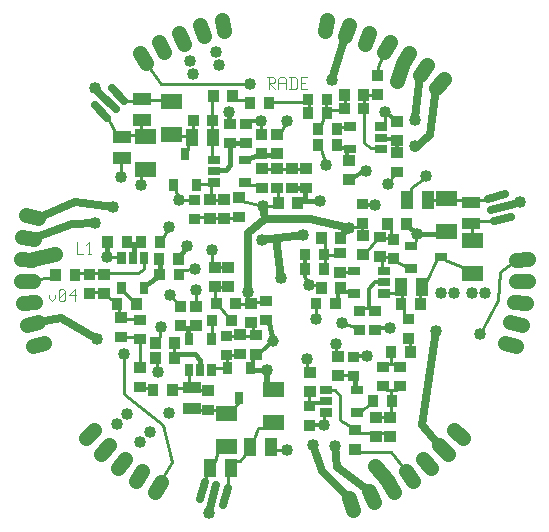
<source format=gbr>
G04 start of page 2 for group 0 idx 0
G04 Title: RADE, component *
G04 Creator: pcb-bin 20060822 *
G04 CreationDate: Tue Dec 12 12:58:33 2006 UTC *
G04 For: stephan *
G04 Format: Gerber/RS-274X *
G04 PCB-Dimensions: 236220 236220 *
G04 PCB-Coordinate-Origin: lower left *
%MOIN*%
%FSLAX24Y24*%
%LNGROUP0*%
%ADD11C,0.0500*%
%ADD12C,0.0275*%
%ADD13C,0.0511*%
%ADD14C,0.0100*%
%ADD15C,0.0139*%
%ADD16C,0.0178*%
%ADD17C,0.0159*%
%ADD18C,0.0198*%
%ADD19C,0.0120*%
%ADD20C,0.0492*%
%ADD21C,0.0040*%
%ADD22C,0.0400*%
%ADD23C,0.0394*%
%ADD24R,0.0350X0.0350*%
%ADD25R,0.0280X0.0280*%
%ADD26R,0.0500X0.0500*%
%ADD27R,0.0394X0.0394*%
%ADD28C,0.0160*%
%ADD29C,0.0157*%
G54D11*X17211Y17808D02*X17474Y18101D01*
G54D12*X17204Y17795D02*X17008Y16259D01*
X16515Y16811D02*X16673Y18248D01*
X17008Y16259D02*X16515Y15826D01*
G54D11*X16668Y18256D02*X16905Y18571D01*
X16087Y18655D02*X16296Y18989D01*
G54D13*X15885Y18031D02*X16082Y18641D01*
G54D12*X18934Y14127D02*X19505Y14280D01*
G54D14*X18917Y14094D02*X16929D01*
X16358Y14488D02*Y14291D01*
X16850Y14842D02*X16358Y14488D01*
X15610Y14625D02*X15905Y15078D01*
G54D15*X14862Y15117D02*X14350Y14744D01*
X15905Y16003D02*Y15708D01*
X15826Y16771D02*X15570Y16948D01*
X15866Y16102D02*X15433D01*
G54D14*X15275Y18523D02*X15275Y18169D01*
G54D11*X15475Y19002D02*X15653Y19353D01*
G54D14*X15472Y18995D02*X15275Y18523D01*
G54D11*X14834Y19294D02*X14981Y19659D01*
G54D14*X15492Y16988D02*X15492Y16594D01*
X14803Y15964D02*Y17578D01*
X15137D01*
X14153Y17263D02*Y17460D01*
X15236Y15807D02*X15019D01*
X14803Y15964D01*
G54D15*X13976Y15826D02*X14232D01*
G54D11*X19803Y10687D02*X20193Y10632D01*
X19675Y9995D02*X20058Y9906D01*
X19486Y9316D02*X19861Y9195D01*
X19877Y12092D02*X20270Y12106D01*
X19870Y11388D02*X20264Y11368D01*
G54D14*X19330Y11692D02*X19862Y12086D01*
X19330Y11692D02*X19271Y10748D01*
G54D12*X19036Y13747D02*X19797Y13950D01*
G54D14*X19271Y10748D02*X18681Y9606D01*
G54D12*X19138Y13366D02*X19708Y13519D01*
G54D14*X19173Y13366D02*X18523D01*
X18385Y12874D02*Y13267D01*
X17500Y12086D02*X18326Y11732D01*
X16850Y11358D02*X17244Y12125D01*
X16653Y11141D02*Y10629D01*
G54D16*X16555Y12952D02*X17381D01*
G54D14*X16496Y12598D02*X16555Y12952D01*
G54D17*X16555Y12952D02*X16240Y13228D01*
G54D14*X15689Y13267D02*X15689Y12736D01*
X15492Y12795D02*X15629D01*
G54D15*X15177Y13897D02*X14881D01*
G54D14*X15196Y12736D02*X14901Y12381D01*
X14744Y12992D02*Y13169D01*
X14055Y13070D02*Y12972D01*
X14291Y13129D02*X14586Y13188D01*
G54D18*X14311Y13129D02*X14094Y12933D01*
G54D14*X16063Y10629D02*Y11102D01*
X16299Y11811D02*X15885Y12027D01*
X16141Y10196D02*Y10511D01*
X15944Y10984D02*X15551D01*
G54D15*X15157Y11338D02*X15433D01*
G54D14*X15393Y12086D02*Y11811D01*
X15157Y10492D02*X14665D01*
G54D15*X14960Y10531D02*Y11102D01*
G54D14*X13996Y11692D02*X14389D01*
G54D15*X14960Y11102D02*X15157Y11338D01*
G54D19*X13976Y11023D02*X14370D01*
G54D14*X15492Y12165D02*X15629D01*
G54D15*X13937Y10649D02*Y11003D01*
G54D11*X17808Y6410D02*X18101Y6147D01*
X17315Y5908D02*X17583Y5620D01*
G54D12*X16732Y6594D02*X17303Y5925D01*
G54D14*X15689Y5688D02*X14527D01*
X15708Y7755D02*Y6968D01*
X15531Y7755D02*X15885D01*
X14960Y7244D02*X14724Y7086D01*
X15315Y6850D02*X15531D01*
X14508Y6299D02*X15587Y6297D01*
G54D12*X17204Y9724D02*X16732Y6594D01*
G54D14*X15472Y8622D02*X15944D01*
X15708D02*Y8956D01*
G54D15*X15629Y9803D02*X15315D01*
G54D14*X16338Y9015D02*Y9507D01*
G54D15*X14901Y8877D02*X14488D01*
G54D14*X14055Y9980D02*X14606Y9817D01*
X14015Y7559D02*Y6732D01*
X14527Y6397D01*
X13858Y9291D02*Y9015D01*
G54D16*X14488Y7795D02*Y8228D01*
G54D14*X13838Y7736D02*X14015Y7559D01*
X14488Y8228D02*X13976D01*
X13661Y7736D02*X13838D01*
G54D11*X16779Y5451D02*X17022Y5140D01*
X16206Y5042D02*X16421Y4712D01*
G54D14*X16200Y5039D02*X15689Y5688D01*
G54D11*X15600Y4684D02*X15784Y4337D01*
G54D20*X15157Y5196D02*X15590Y4704D01*
G54D11*X14964Y4381D02*X15118Y4019D01*
X14305Y4135D02*X14426Y3760D01*
G54D12*X13896Y5178D02*X14960Y4389D01*
X13818Y5885D02*X13896Y5178D01*
X14291Y4153D02*X13406Y5041D01*
X13090Y5925D01*
G54D15*X13011Y7303D02*X13543D01*
G54D14*X13464Y6574D02*Y6929D01*
G54D15*X13464Y6574D02*X12992D01*
G54D14*X12972Y7342D02*Y7559D01*
X13188Y10118D02*X13189Y10629D01*
X12952Y11259D02*X13307D01*
G54D15*X12834Y11515D02*Y12244D01*
X12952Y11259D02*X12834Y11515D01*
G54D14*X13543Y12244D02*X13996D01*
X13484Y11751D02*X13484Y12795D01*
G54D12*X14291Y13129D02*X12992Y13444D01*
X11515D01*
G54D14*X12913Y8779D02*Y8425D01*
G54D18*X11555Y8405D02*Y7952D01*
G54D15*X11752Y9389D02*X11397Y9035D01*
G54D12*X11515Y13444D02*X11437Y13878D01*
X10925Y11023D02*Y12972D01*
G54D14*X10255Y13484D02*X10492D01*
X11437Y13877D02*X11811D01*
X9980Y14094D02*X9822D01*
X11437Y13878D02*X10748Y14055D01*
X8937Y15944D02*X8917Y15728D01*
G54D15*X10925Y11023D02*Y10708D01*
G54D14*X10196Y11181D02*X9822D01*
X9744Y12401D02*Y11850D01*
X9685Y14606D02*X9271D01*
Y13503D02*X9606D01*
X9803Y13484D02*X10019D01*
X9685Y14212D02*Y14606D01*
X9133Y14074D02*X8622D01*
X6909Y16240D02*X7381D01*
X7075Y10744D02*X6801Y10999D01*
X8622Y14074D02*X8464Y14547D01*
X7381Y14566D02*Y15039D01*
X6692Y14842D02*X6692Y15413D01*
X10649Y10610D02*X10885D01*
X9941Y10590D02*X10295Y10137D01*
X9842Y11161D02*Y10590D01*
G54D15*X11397Y9035D02*X11220D01*
G54D17*X11555Y8405D02*X11102D01*
G54D14*X10354Y8917D02*X10531D01*
X9744Y9901D02*Y9527D01*
X10649Y7381D02*X10393Y7066D01*
X10354D02*X9015D01*
X8878Y7814D02*X8366D01*
X8366Y10885D02*X8681Y10551D01*
X8031Y9842D02*X7952Y9370D01*
X7736Y7814D02*X7381D01*
X7913Y8346D02*X7914Y8818D01*
X7322Y8602D02*Y9527D01*
X6624Y10450D02*Y10313D01*
X6860Y10117D02*X7173D01*
X6653Y10531D02*X6200Y10925D01*
X7224Y9527D02*X6830D01*
X5767Y11633D02*X7263D01*
X14291Y16515D02*X13937D01*
G54D15*X14232Y15433D02*Y15728D01*
G54D14*X14192Y17066D02*X13523D01*
Y15255D02*X13366Y15787D01*
X13523Y17460D02*Y16929D01*
X13464Y16870D02*X13366Y16555D01*
X12952Y17007D02*Y17381D01*
G54D12*X11870Y12795D02*X12047Y11476D01*
G54D17*X12834Y14035D02*Y14468D01*
X13346Y14035D02*X12559D01*
X12834Y14468D02*X12421D01*
G54D14*X12815Y15118D02*X11338D01*
X11929Y14547D02*X11929Y14114D01*
G54D16*X11948Y15590D02*X11319Y15590D01*
G54D12*X11397Y12736D02*X12775Y12913D01*
G54D14*X11358Y16279D02*X11358Y16712D01*
X12224D02*X11968Y16259D01*
G54D15*X11358Y16712D02*X10944Y16712D01*
G54D14*X12952Y17342D02*X11633D01*
G54D16*X11259Y15570D02*X10885Y15452D01*
G54D14*X11358Y14586D02*X10866D01*
G54D12*X10925Y12972D02*X11515Y13444D01*
G54D16*X10334Y15236D02*X10196Y15078D01*
X9940D01*
G54D14*X10925Y17421D02*X10531D01*
G54D16*X10787Y15984D02*X10334D01*
X10315Y17027D02*Y16594D01*
X10334Y15984D02*Y15236D01*
G54D14*X9724Y17480D02*Y15433D01*
X9114Y16712D02*Y16318D01*
X8976Y16200D02*X8464D01*
G54D11*X14170Y19529D02*X14285Y19905D01*
X13489Y19705D02*X13570Y20090D01*
G54D12*X14173Y19527D02*X13720Y18110D01*
G54D11*X10133Y19705D02*X10051Y20090D01*
G54D14*X7381Y16240D02*Y16692D01*
G54D11*X9451Y19529D02*X9336Y19905D01*
X8787Y19294D02*X8640Y19659D01*
X8146Y19002D02*X7968Y19353D01*
G54D14*X7539Y18641D02*X8031Y17933D01*
G54D11*X7534Y18655D02*X7325Y18989D01*
G54D14*X7559Y17421D02*X8228D01*
X8031Y17933D02*X10984Y17933D01*
X6791Y17381D02*X7244D01*
X6220Y16830D02*X6574Y16259D01*
G54D12*X6800Y17378D02*X6382Y17796D01*
X6521Y17100D02*X5964Y17657D01*
X6243Y16822D02*X5825Y17239D01*
G54D14*X10236Y8858D02*Y8543D01*
X9881Y11830D02*X10236D01*
Y8464D02*X9763D01*
G54D17*X9330Y8503D02*Y8740D01*
G54D14*X9527Y7755D02*X9212D01*
G54D17*X9330Y8740D02*X9173Y8937D01*
G54D14*X8976Y8385D02*X8976Y7913D01*
G54D17*X8937Y9448D02*Y9783D01*
G54D14*X9212Y11043D02*Y10570D01*
G54D17*X9114Y9822D02*X8759D01*
G54D14*X9173Y11771D02*X8720Y11732D01*
G54D17*X8897Y12539D02*X8582Y12125D01*
G54D14*X8464Y8937D02*Y9291D01*
G54D15*X11082Y8602D02*Y8878D01*
G54D14*X11535Y10669D02*X11004D01*
G54D17*X11752Y9389D02*X11633Y9980D01*
G54D14*X11082Y9488D02*Y9921D01*
X10275Y9547D02*X11102D01*
G54D17*X9173Y8937D02*X8464D01*
G54D14*X12244Y5748D02*X11791D01*
X11555Y6476D02*X11259D01*
X11141Y6102D01*
X10925Y5708D02*X10669Y5374D01*
X10492D01*
X9822Y5354D02*X9921Y5728D01*
X9507Y4704D02*X9527Y4901D01*
G54D12*X10255Y4483D02*X10102Y3913D01*
X9875Y4585D02*X9671Y3825D01*
G54D14*X10255Y4901D02*X10255Y4488D01*
G54D12*X9494Y4687D02*X9341Y4117D01*
G54D11*X8022Y4684D02*X7837Y4337D01*
G54D14*X6811Y7618D02*Y8976D01*
X8090Y6574D02*X6811Y7618D01*
G54D11*X7415Y5042D02*X7200Y4712D01*
X6842Y5451D02*X6599Y5140D01*
G54D14*X8405Y5334D02*X8011Y4685D01*
G54D11*X6306Y5908D02*X6038Y5620D01*
G54D14*X8090Y6574D02*X8405Y5334D01*
G54D11*X5813Y6410D02*X5520Y6147D01*
X4135Y9316D02*X3760Y9195D01*
G54D12*X5885Y9429D02*X4685Y10157D01*
X3956Y10000D01*
G54D11*X3947Y9995D02*X3563Y9906D01*
G54D14*X7263Y11633D02*X7460Y11791D01*
G54D17*X7992Y11594D02*X7539Y11240D01*
X7126Y12204D02*Y12598D01*
X7992Y12027D02*Y11594D01*
G54D14*X7460Y11791D02*Y12066D01*
X6988Y12637D02*X7283D01*
G54D17*X6220Y12185D02*Y12637D01*
G54D14*X6220Y12185D02*X6732D01*
X6181Y11003D02*X5649D01*
X5157Y11633D02*X5649D01*
X7992Y12637D02*X8307Y13169D01*
G54D12*X5826Y13326D02*X5078Y13267D01*
X3917Y13484D02*X5177Y14015D01*
X6437Y13858D01*
X5078Y13267D02*X3799Y12795D01*
G54D11*X3818Y10687D02*X3428Y10632D01*
G54D14*X4192Y11476D02*X4429D01*
X3759Y11397D02*X4192Y11476D01*
G54D11*X3751Y11388D02*X3358Y11368D01*
X3916Y13489D02*X3531Y13570D01*
X3800Y12794D02*X3409Y12842D01*
G54D13*X4507Y12283D02*X3759Y12106D01*
G54D11*X3745Y12092D02*X3351Y12106D01*
G54D21*X11574Y18167D02*X11774D01*
X11824Y18117D01*
Y18017D01*
X11774Y17967D02*X11824Y18017D01*
X11624Y17967D02*X11774D01*
X11624Y18167D02*Y17767D01*
Y17967D02*X11824Y17767D01*
X11945Y18117D02*Y17767D01*
Y18117D02*X11995Y18167D01*
X12145D01*
X12195Y18117D01*
Y17767D01*
X11945Y17967D02*X12195D01*
X12365Y18167D02*Y17767D01*
X12515Y18167D02*X12565Y18117D01*
Y17817D01*
X12515Y17767D02*X12565Y17817D01*
X12315Y17767D02*X12515D01*
X12315Y18167D02*X12515D01*
X12685Y17967D02*X12835D01*
X12685Y17767D02*X12885D01*
X12685Y18167D02*Y17767D01*
Y18167D02*X12885D01*
X5216Y12675D02*Y12275D01*
X5416D01*
X5586D02*X5686D01*
X5636Y12675D02*Y12275D01*
X5536Y12575D02*X5636Y12675D01*
X4311Y10900D02*Y10800D01*
X4411Y10700D01*
X4511Y10800D01*
Y10900D02*Y10800D01*
X4631Y10750D02*X4681Y10700D01*
X4631Y11050D02*Y10750D01*
Y11050D02*X4681Y11100D01*
X4781D01*
X4831Y11050D01*
Y10750D01*
X4781Y10700D02*X4831Y10750D01*
X4681Y10700D02*X4781D01*
X4631Y10800D02*X4831Y11000D01*
X4951Y10900D02*X5151Y11100D01*
X4951Y10900D02*X5201D01*
X5151Y11100D02*Y10700D01*
G54D22*X20058Y9906D03*
X20264Y11368D03*
X20270Y12106D03*
X20193Y10633D03*
X19861Y9195D03*
X17583Y5620D03*
X18101Y6147D03*
X17022Y5140D03*
X16421Y4712D03*
X15784Y4337D03*
X15118Y4019D03*
X14426Y3760D03*
X6599Y5140D03*
X7200Y4712D03*
X7837Y4337D03*
X6038Y5620D03*
X9620Y3634D03*
X5520Y6147D03*
X19987Y14001D03*
X17474Y18101D03*
X16905Y18571D03*
X16296Y18989D03*
X15653Y19353D03*
X14981Y19659D03*
X14285Y19905D03*
X13570Y20090D03*
X10051D03*
X9336Y19905D03*
X8640Y19659D03*
X7968Y19353D03*
X7325Y18989D03*
X5825Y17796D03*
X3531Y13570D03*
X3409Y12842D03*
X3760Y9195D03*
X3563Y9906D03*
X3428Y10633D03*
X3358Y11368D03*
X3351Y12106D03*
X16555Y12952D03*
X16850Y14862D03*
X16515Y15866D03*
X16496Y16751D03*
X15177Y13897D03*
X14291Y13129D03*
X13346Y14055D03*
X13818Y5885D03*
X12913Y8779D03*
G54D23*X15157Y5196D03*
G54D22*X13464Y6574D03*
X13090Y5925D03*
X12244Y5748D03*
X17815Y10984D03*
X17362D03*
X18838D03*
X18385D03*
X18681Y9606D03*
X17204Y9724D03*
X12952Y11259D03*
X12775Y12913D03*
X12047Y11476D03*
X15649Y9822D03*
X14901Y8877D03*
X14055Y9980D03*
X13858Y9291D03*
X13188Y10118D03*
G54D23*X11752Y9389D03*
G54D22*X15590Y14625D03*
X15492Y17007D03*
X13720Y18090D03*
X14881Y15059D03*
X13523Y15255D03*
X12224Y16712D03*
X11358Y16712D03*
G54D23*X15885Y18031D03*
G54D22*X10984Y17933D03*
X10315Y17027D03*
X9881Y19015D03*
X9114Y18287D03*
X9980Y18582D03*
X8996Y18720D03*
X11437Y13878D03*
X11397Y12736D03*
X9744Y12401D03*
X9212Y11062D03*
X9173Y11771D03*
X8346Y10925D03*
X6811Y8937D03*
X8897Y12559D03*
X8621Y14074D03*
X8307Y13169D03*
X7381Y14566D03*
X6692Y14842D03*
X10925Y11023D03*
X6437Y13858D03*
X11555Y8405D03*
X8031Y9842D03*
X7933Y8346D03*
X8307Y6968D03*
X7342Y6023D03*
X6889Y6948D03*
X7657Y6358D03*
X6574Y6614D03*
X5905Y9429D03*
X6220Y12184D03*
X5826Y13326D03*
G54D23*X4507Y12283D03*
G54D24*X16345Y9032D02*Y8992D01*
X15967Y7870D02*X16007D01*
X15967Y8510D02*X16007D01*
X15416Y7870D02*X15456D01*
X15416Y8510D02*X15456D01*
X15137Y9739D02*X15177D01*
X14625Y9738D02*X14665D01*
X15705Y9032D02*Y8992D01*
X15649Y6195D02*X15689D01*
X15734Y7399D02*Y7359D01*
X15649Y6835D02*X15689D01*
X15176Y6195D02*X15216D01*
X15176Y6835D02*X15216D01*
X15094Y7399D02*Y7359D01*
G54D25*X14500Y7750D02*X14620D01*
G54D24*X14428Y8843D02*X14468D01*
X13913Y8861D02*X13953D01*
G54D25*X14500Y6990D02*X14620D01*
G54D24*X14471Y5764D02*X14511D01*
X14471Y6404D02*X14511D01*
X14428Y8203D02*X14468D01*
X13913Y8221D02*X13953D01*
G54D25*X13480Y7750D02*X13600D01*
G54D24*X12975Y7693D02*X13015D01*
X12975Y8333D02*X13015D01*
G54D25*X13480Y6990D02*X13600D01*
X13480Y7370D02*X13600D01*
G54D24*X12965Y6567D02*X13005D01*
X12965Y7207D02*X13005D01*
X15882Y15013D02*X15922D01*
X15882Y15653D02*X15922D01*
G54D25*X15297Y15773D02*X15417D01*
X15297Y16153D02*X15417D01*
G54D24*X15885Y16057D02*X15925D01*
G54D25*X15297Y16533D02*X15417D01*
G54D24*X15885Y16697D02*X15925D01*
X15232Y18232D02*X15272D01*
X14287Y14756D02*X14327D01*
X14287Y15396D02*X14327D01*
X15232Y17592D02*X15272D01*
X14786Y17149D02*Y17109D01*
X14785Y17605D02*Y17565D01*
X14146Y17149D02*Y17109D01*
X14145Y17605D02*Y17565D01*
G54D25*X14277Y16533D02*X14397D01*
G54D24*X13566Y17444D02*Y17404D01*
X13901Y16460D02*Y16420D01*
X13566Y16991D02*Y16951D01*
G54D25*X14277Y15773D02*X14397D01*
G54D24*X13902Y15925D02*Y15885D01*
X13262Y15925D02*Y15885D01*
X13261Y16460D02*Y16420D01*
X12926Y17444D02*Y17404D01*
X12926Y16991D02*Y16951D01*
G54D26*X18325Y11635D02*X18525D01*
X18325Y12735D02*X18525D01*
G54D27*X18260Y13294D02*X18460D01*
G54D26*X17459Y13013D02*X17659D01*
G54D27*X18260Y13994D02*X18460D01*
G54D26*X17459Y14113D02*X17659D01*
G54D25*X17319Y12170D02*X17439D01*
G54D27*X16932Y14188D02*Y13988D01*
X16232Y14188D02*Y13988D01*
G54D25*X16299Y12550D02*X16419D01*
G54D24*X16220Y13287D02*Y13247D01*
X15766Y12120D02*X15806D01*
X15766Y12760D02*X15806D01*
X15311Y12838D02*X15351D01*
X15311Y12198D02*X15351D01*
X15580Y13287D02*Y13247D01*
X14724Y13302D02*X14764D01*
X14724Y13942D02*X14764D01*
X16262Y9464D02*X16302D01*
X16262Y10104D02*X16302D01*
X16038Y10630D02*Y10590D01*
X15137Y10379D02*X15177D01*
X14625Y10378D02*X14665D01*
G54D25*X15412Y11338D02*X15532D01*
X15412Y11718D02*X15532D01*
X16299Y11790D02*X16419D01*
X14392Y11718D02*X14512D01*
G54D24*X16678Y10630D02*Y10590D01*
G54D27*X16728Y11281D02*Y11081D01*
G54D25*X15412Y10958D02*X15532D01*
G54D27*X16028Y11281D02*Y11081D01*
G54D25*X14392Y10958D02*X14512D01*
G54D24*X14743Y12258D02*X14783D01*
X14743Y12898D02*X14783D01*
X14020Y12834D02*Y12794D01*
X14021Y11161D02*Y11121D01*
X13976Y11668D02*X14016D01*
X13843Y10649D02*Y10609D01*
X13976Y12308D02*X14016D01*
X13469Y11791D02*Y11751D01*
X13203Y10649D02*Y10609D01*
X13381Y11161D02*Y11121D01*
X12829Y11791D02*Y11751D01*
X13469Y12283D02*Y12243D01*
X13380Y12834D02*Y12794D01*
X12829Y12283D02*Y12243D01*
X12834Y14483D02*X12874D01*
X12834Y15123D02*X12874D01*
X12381Y15123D02*X12421D01*
X12583Y13996D02*Y13956D01*
X11943Y13996D02*Y13956D01*
X12381Y14483D02*X12421D01*
X11374Y14481D02*X11414D01*
X11869Y15624D02*X11909D01*
X11869Y16264D02*X11909D01*
X11869Y14483D02*X11909D01*
X11869Y15123D02*X11909D01*
X11637Y17326D02*Y17286D01*
X10997Y17326D02*Y17286D01*
X10846Y16619D02*X10886D01*
X11358Y15624D02*X11398D01*
X11358Y16264D02*X11398D01*
X11374Y15121D02*X11414D01*
X10846Y15979D02*X10886D01*
G54D25*X10763Y15419D02*X10883D01*
G54D24*X10418Y17559D02*Y17519D01*
X10314Y16619D02*X10354D01*
X9778Y17559D02*Y17519D01*
G54D26*X8266Y16260D02*X8466D01*
G54D24*X9109Y16752D02*Y16712D01*
G54D26*X8266Y17360D02*X8466D01*
G54D27*X9078Y16261D02*Y16061D01*
G54D26*X7400Y16199D02*X7600D01*
G54D27*X7308Y16734D02*X7508D01*
X7308Y17434D02*X7508D01*
G54D25*X10763Y14659D02*X10883D01*
G54D24*X10610Y13518D02*X10650D01*
X10610Y14158D02*X10650D01*
X10314Y15979D02*X10354D01*
X9749Y16752D02*Y16712D01*
G54D25*X9743Y15419D02*X9863D01*
G54D24*X9645Y13459D02*X9685D01*
G54D27*X9778Y16261D02*Y16061D01*
G54D24*X9645Y14099D02*X9685D01*
G54D25*X9743Y14659D02*X9863D01*
X9743Y15039D02*X9863D01*
G54D24*X10101Y13461D02*X10141D01*
X9133Y13439D02*X9173D01*
X10101Y14101D02*X10141D01*
X9133Y14079D02*X9173D01*
G54D25*X9213Y14648D02*Y14528D01*
X8833Y15668D02*Y15548D01*
X8453Y14648D02*Y14528D01*
G54D26*X7400Y15099D02*X7600D01*
G54D27*X6638Y15484D02*X6838D01*
X6638Y16184D02*X6838D01*
G54D24*X7998Y12693D02*Y12653D01*
X7358Y12693D02*Y12653D01*
X6893Y12700D02*Y12660D01*
X6253Y12700D02*Y12660D01*
X11515Y10073D02*X11555D01*
X11515Y10713D02*X11555D01*
X11003Y10634D02*X11043D01*
X11180Y9572D02*X11220D01*
X11003Y9994D02*X11043D01*
X10646Y9590D02*X10686D01*
X10516Y10650D02*Y10610D01*
X10377Y10082D02*Y10042D01*
X10255Y11195D02*X10295D01*
X9802Y11195D02*X9842D01*
X10255Y11835D02*X10295D01*
X9802Y11835D02*X9842D01*
G54D27*X11001Y5952D02*Y5752D01*
X11701Y5952D02*Y5752D01*
G54D25*X11014Y8542D02*Y8422D01*
X10634Y7522D02*Y7402D01*
G54D24*X11180Y8932D02*X11220D01*
G54D25*X10254Y8542D02*Y8422D01*
G54D24*X10646Y8950D02*X10686D01*
G54D26*X11691Y6654D02*X11891D01*
X11691Y7754D02*X11891D01*
G54D24*X9586Y7081D02*X9626D01*
X10196Y8912D02*X10236D01*
X10196Y9552D02*X10236D01*
G54D25*X9720Y9505D02*Y9385D01*
X8960Y9505D02*Y9385D01*
G54D24*X9172Y9896D02*X9212D01*
X8661D02*X8701D01*
X9172Y10536D02*X9212D01*
X8661D02*X8701D01*
X8489Y8838D02*Y8798D01*
X8488Y9331D02*Y9291D01*
G54D25*X9720Y8485D02*Y8365D01*
G54D27*X9672Y5244D02*Y5044D01*
G54D25*X9340Y8485D02*Y8365D01*
X8960Y8485D02*Y8365D01*
G54D26*X10116Y5867D02*X10316D01*
G54D27*X10372Y5244D02*Y5044D01*
G54D26*X10116Y6967D02*X10316D01*
G54D24*X9586Y7721D02*X9626D01*
G54D27*X8955Y7130D02*X9155D01*
X8955Y7830D02*X9155D01*
G54D24*X8412Y7753D02*Y7713D01*
X9876Y10650D02*Y10610D01*
X9737Y10082D02*Y10042D01*
X8627Y11614D02*Y11574D01*
X7987Y11614D02*Y11574D01*
X8607Y12126D02*Y12086D01*
X7967Y12126D02*Y12086D01*
G54D25*X7474Y12208D02*Y12088D01*
X7094Y12208D02*Y12088D01*
X6714Y11188D02*Y11068D01*
X7474Y11188D02*Y11068D01*
X6714Y12208D02*Y12088D01*
G54D24*X7772Y7753D02*Y7713D01*
X7319Y10082D02*X7359D01*
X7849Y8838D02*Y8798D01*
X7848Y9331D02*Y9291D01*
X7302Y7849D02*X7342D01*
X7319Y9442D02*X7359D01*
X7302Y8489D02*X7342D01*
X7208Y10633D02*Y10593D01*
X6686Y10159D02*X6726D01*
X6686Y9519D02*X6726D01*
X6568Y10633D02*Y10593D01*
X5626Y10957D02*X5666D01*
X5626Y11597D02*X5666D01*
X6118Y11597D02*X6158D01*
X5162Y11594D02*Y11554D01*
X6118Y10957D02*X6158D01*
X4522Y11594D02*Y11554D01*
G54D28*%LNGROUP0_C1*%
%LPC*%
G54D29*G54D28*G54D29*G54D28*G54D29*G54D28*G54D29*M02*

</source>
